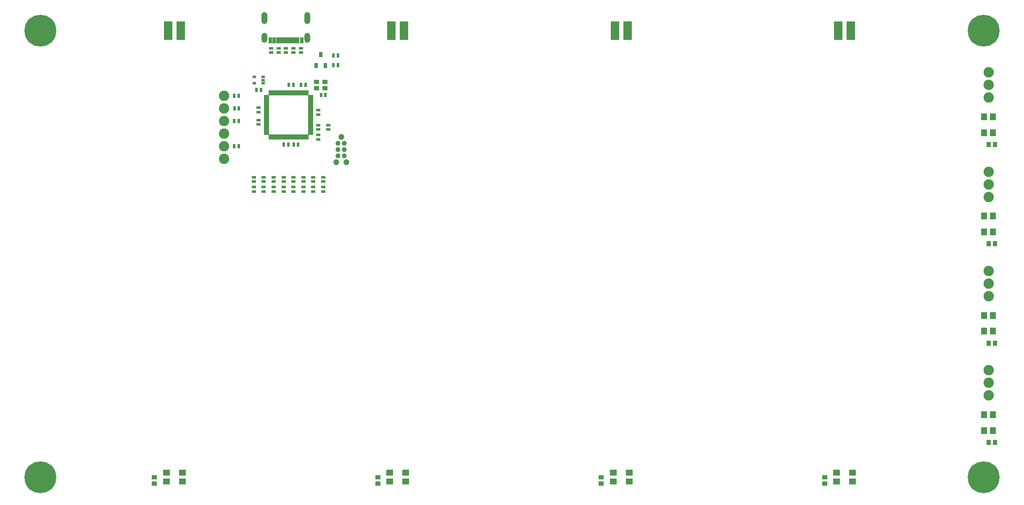
<source format=gts>
G04*
G04 #@! TF.GenerationSoftware,Altium Limited,Altium Designer,25.8.1 (18)*
G04*
G04 Layer_Color=8388736*
%FSLAX44Y44*%
%MOMM*%
G71*
G04*
G04 #@! TF.SameCoordinates,81C11201-375C-4BD5-9A96-A29CD0A19B37*
G04*
G04*
G04 #@! TF.FilePolarity,Negative*
G04*
G01*
G75*
%ADD25R,0.6032X0.9032*%
%ADD26R,0.8032X1.1032*%
%ADD27R,0.9032X0.6032*%
%ADD28R,0.5032X1.2032*%
%ADD29R,0.8032X1.2032*%
%ADD30R,0.5532X1.0032*%
%ADD31R,0.9032X1.1032*%
%ADD32R,1.3032X1.4032*%
%ADD33R,1.1032X0.9032*%
%ADD34R,1.4032X1.3032*%
%ADD35R,1.7032X3.7032*%
%ADD36R,0.9832X0.8832*%
%ADD37C,0.9906*%
%ADD38R,0.8032X0.5532*%
%ADD39R,1.0032X0.5532*%
%ADD40O,1.2032X2.4032*%
%ADD41O,1.2032X2.0032*%
%ADD42C,2.0828*%
%ADD43C,1.1938*%
%ADD44C,6.4032*%
D25*
X640500Y880000D02*
D03*
X649500D02*
D03*
X640500Y900000D02*
D03*
X649500D02*
D03*
X615500Y820000D02*
D03*
X575500Y840000D02*
D03*
X550500Y840000D02*
D03*
X494500Y830000D02*
D03*
X540500Y720000D02*
D03*
X485500Y830000D02*
D03*
X569500Y720000D02*
D03*
X624500Y820000D02*
D03*
X584500Y840000D02*
D03*
X559500Y840000D02*
D03*
X549500Y720000D02*
D03*
X560500Y720000D02*
D03*
X449500Y716900D02*
D03*
X440500D02*
D03*
X449500Y818500D02*
D03*
X440500D02*
D03*
X450000Y793100D02*
D03*
X441000D02*
D03*
X449500Y767700D02*
D03*
X440500D02*
D03*
D26*
X615000Y901000D02*
D03*
X624500Y879000D02*
D03*
X605500D02*
D03*
D27*
X575000Y914500D02*
D03*
Y905500D02*
D03*
X560000Y914500D02*
D03*
Y905500D02*
D03*
X545000Y914500D02*
D03*
Y905500D02*
D03*
X515000Y914500D02*
D03*
Y905500D02*
D03*
X530000Y914500D02*
D03*
Y905500D02*
D03*
X630000Y759500D02*
D03*
X610000Y780500D02*
D03*
Y759500D02*
D03*
X540000Y625500D02*
D03*
X520000D02*
D03*
X480000D02*
D03*
X500000D02*
D03*
X620000D02*
D03*
X600000D02*
D03*
X490000Y785500D02*
D03*
Y769500D02*
D03*
X580000Y625500D02*
D03*
X560000D02*
D03*
X610000Y730500D02*
D03*
Y789500D02*
D03*
X490000Y794500D02*
D03*
Y760500D02*
D03*
X540000Y654500D02*
D03*
X520000D02*
D03*
X500000D02*
D03*
X480000D02*
D03*
X620000D02*
D03*
X600000D02*
D03*
X580000D02*
D03*
X560000D02*
D03*
X480000Y634500D02*
D03*
X520000Y645500D02*
D03*
X500000Y634500D02*
D03*
X480000Y645500D02*
D03*
X500000D02*
D03*
X610000Y750500D02*
D03*
X630000Y750500D02*
D03*
X610000Y739500D02*
D03*
X620000Y645500D02*
D03*
X560000Y634500D02*
D03*
X600000D02*
D03*
Y645500D02*
D03*
X580000Y634500D02*
D03*
Y645500D02*
D03*
X620000Y634500D02*
D03*
X520000D02*
D03*
X560000Y645500D02*
D03*
X540000Y634500D02*
D03*
Y645500D02*
D03*
D28*
X562500Y930000D02*
D03*
X557500D02*
D03*
X527500D02*
D03*
X532500D02*
D03*
X552500D02*
D03*
X542500D02*
D03*
X547500D02*
D03*
X537500D02*
D03*
D29*
X521000D02*
D03*
X568500D02*
D03*
X577000D02*
D03*
X513000D02*
D03*
D30*
X567500Y824500D02*
D03*
X577500D02*
D03*
X552500D02*
D03*
X542500Y735500D02*
D03*
X587500Y824500D02*
D03*
X572500D02*
D03*
X582500D02*
D03*
X557500D02*
D03*
X547500Y735500D02*
D03*
X552500D02*
D03*
X532500Y824500D02*
D03*
X537500D02*
D03*
X542500D02*
D03*
X547500D02*
D03*
X562500D02*
D03*
X587500Y735500D02*
D03*
X582500D02*
D03*
X577500D02*
D03*
X572500D02*
D03*
X567500D02*
D03*
X562500D02*
D03*
X557500D02*
D03*
X537500D02*
D03*
X532500D02*
D03*
X527500D02*
D03*
X522500D02*
D03*
X517500D02*
D03*
X512500D02*
D03*
X527500Y824500D02*
D03*
X522500D02*
D03*
X517500D02*
D03*
X512500D02*
D03*
D31*
X1960000Y720000D02*
D03*
Y520000D02*
D03*
Y320000D02*
D03*
Y120000D02*
D03*
X1973000Y720000D02*
D03*
Y520000D02*
D03*
Y320000D02*
D03*
Y120000D02*
D03*
D32*
X1951250Y776000D02*
D03*
Y576000D02*
D03*
Y376000D02*
D03*
Y176000D02*
D03*
X1968750Y744000D02*
D03*
Y544000D02*
D03*
Y344000D02*
D03*
Y144000D02*
D03*
X1951250Y744000D02*
D03*
X1968750Y776000D02*
D03*
X1951250Y544000D02*
D03*
X1968750Y576000D02*
D03*
X1951250Y344000D02*
D03*
X1968750Y376000D02*
D03*
X1951250Y144000D02*
D03*
X1968750Y176000D02*
D03*
D33*
X1630000Y50000D02*
D03*
X1180000D02*
D03*
X730000D02*
D03*
X280000D02*
D03*
X1630000Y37000D02*
D03*
X1180000D02*
D03*
X730000D02*
D03*
X280000D02*
D03*
D34*
X1686000Y58750D02*
D03*
X1236000D02*
D03*
X786000D02*
D03*
X336000D02*
D03*
X1654000Y41250D02*
D03*
X1204000D02*
D03*
X754000D02*
D03*
X304000D02*
D03*
X1654000Y58750D02*
D03*
X1686000Y41250D02*
D03*
X1204000Y58750D02*
D03*
X1236000Y41250D02*
D03*
X754000Y58750D02*
D03*
X786000Y41250D02*
D03*
X336000D02*
D03*
X304000Y58750D02*
D03*
D35*
X1682700Y950000D02*
D03*
X1232700D02*
D03*
X782700D02*
D03*
X332700Y950000D02*
D03*
X1207300Y950000D02*
D03*
X757300D02*
D03*
X307300Y950000D02*
D03*
X1657300Y950000D02*
D03*
D36*
X606350Y846650D02*
D03*
X623650Y833350D02*
D03*
Y846650D02*
D03*
X606350Y833350D02*
D03*
D37*
X650000Y710000D02*
D03*
X662700Y722700D02*
D03*
X650000Y697300D02*
D03*
X662700D02*
D03*
Y710000D02*
D03*
X650000Y722700D02*
D03*
D38*
X499000Y856500D02*
D03*
X481000Y843500D02*
D03*
Y856500D02*
D03*
X499000Y843500D02*
D03*
Y850000D02*
D03*
D39*
X594500Y782500D02*
D03*
Y757500D02*
D03*
X505500Y767500D02*
D03*
Y787500D02*
D03*
X594500Y787500D02*
D03*
X505500Y792500D02*
D03*
Y762500D02*
D03*
X594500Y817500D02*
D03*
Y812500D02*
D03*
Y807500D02*
D03*
Y802500D02*
D03*
Y797500D02*
D03*
Y792500D02*
D03*
Y777500D02*
D03*
Y772500D02*
D03*
Y767500D02*
D03*
Y762500D02*
D03*
Y752500D02*
D03*
Y747500D02*
D03*
Y742500D02*
D03*
X505500Y817500D02*
D03*
Y802500D02*
D03*
Y797500D02*
D03*
Y782500D02*
D03*
Y777500D02*
D03*
Y772500D02*
D03*
Y757500D02*
D03*
Y752500D02*
D03*
Y747500D02*
D03*
Y742500D02*
D03*
Y812500D02*
D03*
Y807500D02*
D03*
D40*
X588200Y975000D02*
D03*
X501800D02*
D03*
D41*
X588200Y935000D02*
D03*
X501800D02*
D03*
D42*
X1960000Y214600D02*
D03*
Y414600D02*
D03*
Y614600D02*
D03*
Y814600D02*
D03*
Y265400D02*
D03*
Y465400D02*
D03*
Y665400D02*
D03*
Y865400D02*
D03*
X420000Y691500D02*
D03*
Y716900D02*
D03*
Y742300D02*
D03*
Y767700D02*
D03*
Y793100D02*
D03*
Y818500D02*
D03*
X1960000Y440000D02*
D03*
Y240000D02*
D03*
Y840000D02*
D03*
Y640000D02*
D03*
D43*
X646190Y684600D02*
D03*
X666510D02*
D03*
X656350Y735400D02*
D03*
D44*
X50000Y950000D02*
D03*
X1950000D02*
D03*
Y50000D02*
D03*
X50000D02*
D03*
M02*

</source>
